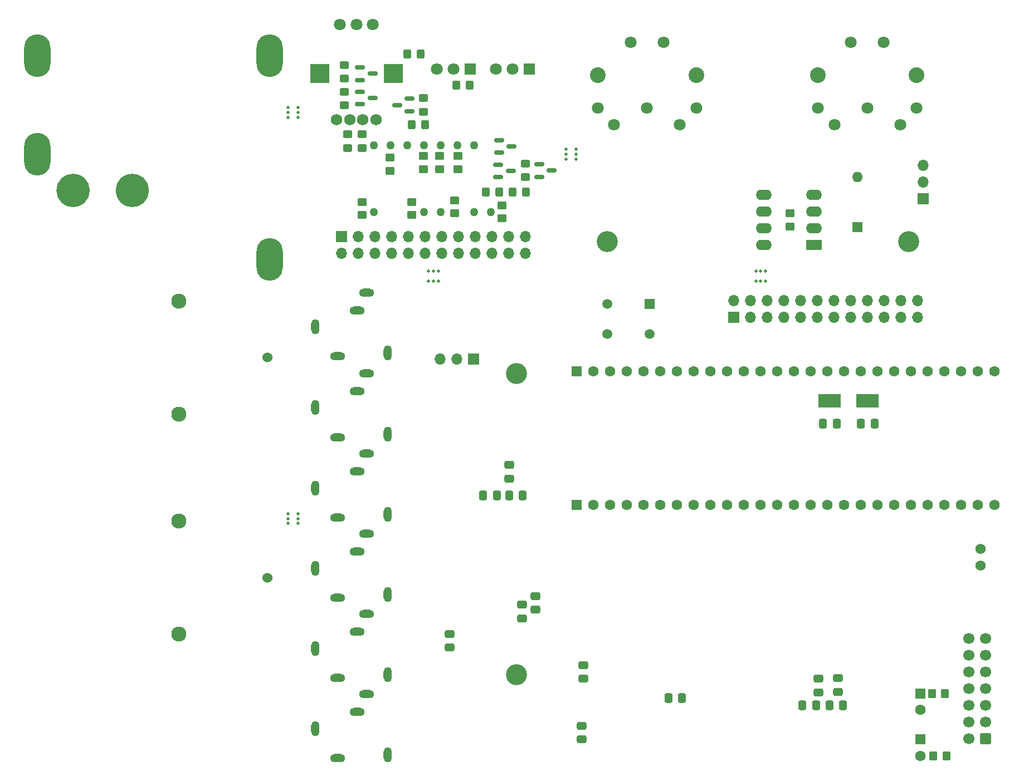
<source format=gbs>
G04 #@! TF.GenerationSoftware,KiCad,Pcbnew,9.0.0*
G04 #@! TF.CreationDate,2025-03-14T23:22:54+09:00*
G04 #@! TF.ProjectId,cv-depot,63762d64-6570-46f7-942e-6b696361645f,rev?*
G04 #@! TF.SameCoordinates,Original*
G04 #@! TF.FileFunction,Soldermask,Bot*
G04 #@! TF.FilePolarity,Negative*
%FSLAX46Y46*%
G04 Gerber Fmt 4.6, Leading zero omitted, Abs format (unit mm)*
G04 Created by KiCad (PCBNEW 9.0.0) date 2025-03-14 23:22:54*
%MOMM*%
%LPD*%
G01*
G04 APERTURE LIST*
G04 Aperture macros list*
%AMRoundRect*
0 Rectangle with rounded corners*
0 $1 Rounding radius*
0 $2 $3 $4 $5 $6 $7 $8 $9 X,Y pos of 4 corners*
0 Add a 4 corners polygon primitive as box body*
4,1,4,$2,$3,$4,$5,$6,$7,$8,$9,$2,$3,0*
0 Add four circle primitives for the rounded corners*
1,1,$1+$1,$2,$3*
1,1,$1+$1,$4,$5*
1,1,$1+$1,$6,$7*
1,1,$1+$1,$8,$9*
0 Add four rect primitives between the rounded corners*
20,1,$1+$1,$2,$3,$4,$5,0*
20,1,$1+$1,$4,$5,$6,$7,0*
20,1,$1+$1,$6,$7,$8,$9,0*
20,1,$1+$1,$8,$9,$2,$3,0*%
G04 Aperture macros list end*
%ADD10C,2.550000*%
%ADD11C,3.200000*%
%ADD12C,0.500000*%
%ADD13O,1.270000X2.286000*%
%ADD14O,2.286000X1.270000*%
%ADD15C,2.300000*%
%ADD16C,1.524000*%
%ADD17R,1.700000X1.700000*%
%ADD18O,1.700000X1.700000*%
%ADD19R,1.600000X1.600000*%
%ADD20C,1.600000*%
%ADD21RoundRect,0.250000X0.600000X0.600000X-0.600000X0.600000X-0.600000X-0.600000X0.600000X-0.600000X0*%
%ADD22C,1.700000*%
%ADD23R,1.498600X1.498600*%
%ADD24C,1.498600*%
%ADD25C,1.574800*%
%ADD26R,1.800000X1.800000*%
%ADD27C,1.800000*%
%ADD28C,2.387600*%
%ADD29C,1.803400*%
%ADD30C,1.270000*%
%ADD31R,2.400000X1.600000*%
%ADD32O,2.400000X1.600000*%
%ADD33R,3.000000X3.000000*%
%ADD34C,1.750000*%
%ADD35O,1.600000X1.600000*%
%ADD36RoundRect,0.250000X-0.475000X0.337500X-0.475000X-0.337500X0.475000X-0.337500X0.475000X0.337500X0*%
%ADD37RoundRect,0.250000X-0.450000X0.350000X-0.450000X-0.350000X0.450000X-0.350000X0.450000X0.350000X0*%
%ADD38RoundRect,0.250000X-0.325000X-0.450000X0.325000X-0.450000X0.325000X0.450000X-0.325000X0.450000X0*%
%ADD39R,3.405000X2.006600*%
%ADD40RoundRect,0.250000X0.337500X0.475000X-0.337500X0.475000X-0.337500X-0.475000X0.337500X-0.475000X0*%
%ADD41RoundRect,0.150000X0.587500X0.150000X-0.587500X0.150000X-0.587500X-0.150000X0.587500X-0.150000X0*%
%ADD42O,4.000000X6.500000*%
%ADD43RoundRect,0.250000X0.475000X-0.337500X0.475000X0.337500X-0.475000X0.337500X-0.475000X-0.337500X0*%
%ADD44RoundRect,0.150000X-0.587500X-0.150000X0.587500X-0.150000X0.587500X0.150000X-0.587500X0.150000X0*%
%ADD45RoundRect,0.250000X0.350000X0.450000X-0.350000X0.450000X-0.350000X-0.450000X0.350000X-0.450000X0*%
%ADD46RoundRect,0.250000X0.325000X0.450000X-0.325000X0.450000X-0.325000X-0.450000X0.325000X-0.450000X0*%
%ADD47RoundRect,0.250000X-0.450000X0.325000X-0.450000X-0.325000X0.450000X-0.325000X0.450000X0.325000X0*%
%ADD48RoundRect,0.250000X0.450000X-0.325000X0.450000X0.325000X-0.450000X0.325000X-0.450000X-0.325000X0*%
%ADD49RoundRect,0.250000X0.450000X-0.350000X0.450000X0.350000X-0.450000X0.350000X-0.450000X-0.350000X0*%
%ADD50RoundRect,0.250000X-0.337500X-0.475000X0.337500X-0.475000X0.337500X0.475000X-0.337500X0.475000X0*%
G04 APERTURE END LIST*
D10*
X24525000Y-62000000D02*
G75*
G02*
X21975000Y-62000000I-1275000J0D01*
G01*
X21975000Y-62000000D02*
G75*
G02*
X24525000Y-62000000I1275000J0D01*
G01*
X33525000Y-62000000D02*
G75*
G02*
X30975000Y-62000000I-1275000J0D01*
G01*
X30975000Y-62000000D02*
G75*
G02*
X33525000Y-62000000I1275000J0D01*
G01*
D11*
X90650000Y-135630502D03*
D12*
X55900000Y-112658305D03*
X57400000Y-112658305D03*
X55900000Y-111908305D03*
X57400000Y-111908305D03*
X55900000Y-111158305D03*
X57400000Y-111158305D03*
D13*
X60050001Y-107250000D03*
D14*
X67843002Y-102049800D03*
X66443002Y-104744800D03*
D13*
X71043002Y-111250200D03*
D14*
X63450002Y-111755200D03*
D15*
X39361634Y-78814655D03*
D16*
X52750000Y-87380502D03*
D15*
X39343635Y-96000000D03*
D17*
X84150000Y-87630502D03*
D18*
X81610000Y-87630502D03*
X79070000Y-87630502D03*
D19*
X152000000Y-145500000D03*
D20*
X152000000Y-148000000D03*
D11*
X104450000Y-69750000D03*
D21*
X161900000Y-145380000D03*
D22*
X159360000Y-145380000D03*
X161900000Y-142840000D03*
X159360000Y-142840000D03*
X161900000Y-140300000D03*
X159360000Y-140300000D03*
X161900000Y-137760000D03*
X159360000Y-137760000D03*
X161900000Y-135220000D03*
X159360000Y-135220000D03*
X161900000Y-132680000D03*
X159360000Y-132680000D03*
X161900000Y-130140000D03*
X159360000Y-130140000D03*
D13*
X60050001Y-82750000D03*
D14*
X67843002Y-77549800D03*
X66443002Y-80244800D03*
D13*
X71043002Y-86750200D03*
D14*
X63450002Y-87255200D03*
D13*
X60050001Y-95050000D03*
D14*
X67843002Y-89849800D03*
X66443002Y-92544800D03*
D13*
X71043002Y-99050200D03*
D14*
X63450002Y-99555200D03*
D13*
X60050001Y-143850000D03*
D14*
X67843002Y-138649800D03*
X66443002Y-141344800D03*
D13*
X71043002Y-147850200D03*
D14*
X63450002Y-148355200D03*
D12*
X55900000Y-50888195D03*
X57400000Y-50888195D03*
X55900000Y-50138195D03*
X57400000Y-50138195D03*
X55900000Y-49388195D03*
X57400000Y-49388195D03*
D11*
X90650000Y-89880502D03*
D23*
X110900000Y-79299999D03*
D24*
X104399999Y-79299999D03*
X110900000Y-83800000D03*
X104399999Y-83800000D03*
D13*
X60050001Y-131650000D03*
D14*
X67843002Y-126449800D03*
X66443002Y-129144800D03*
D13*
X71043002Y-135650200D03*
D14*
X63450002Y-136155200D03*
D17*
X152450000Y-63250000D03*
D18*
X152450000Y-60710000D03*
X152450000Y-58170000D03*
D25*
X161150000Y-119050000D03*
X161150000Y-116510000D03*
D26*
X92590000Y-43500000D03*
D27*
X90050000Y-43500000D03*
X87510000Y-43500000D03*
D28*
X151450000Y-44500000D03*
X136450000Y-44500000D03*
D29*
X136450000Y-49500000D03*
X143950000Y-49500000D03*
X151450000Y-49500000D03*
X138950000Y-52000000D03*
X148950000Y-52000000D03*
X141450000Y-39500000D03*
X146450000Y-39500000D03*
D12*
X77250000Y-74250000D03*
X77250000Y-75750000D03*
X78000000Y-74250000D03*
X78000000Y-75750000D03*
X78750000Y-74250000D03*
X78750000Y-75750000D03*
D19*
X99790000Y-109800000D03*
D20*
X102330000Y-109800000D03*
X104870000Y-109800000D03*
X107410000Y-109800000D03*
X109950000Y-109800000D03*
X112490000Y-109800000D03*
X115030000Y-109800000D03*
X117570000Y-109800000D03*
X120110000Y-109800000D03*
X122650000Y-109800000D03*
X125190000Y-109800000D03*
X127730000Y-109800000D03*
X130270000Y-109800000D03*
X132810000Y-109800000D03*
X135350000Y-109800000D03*
X137890000Y-109800000D03*
X140430000Y-109800000D03*
X142970000Y-109800000D03*
X145510000Y-109800000D03*
X148050000Y-109800000D03*
X150590000Y-109800000D03*
X153130000Y-109800000D03*
X155670000Y-109800000D03*
X158210000Y-109800000D03*
X160750000Y-109800000D03*
X163290000Y-109800000D03*
D19*
X99790000Y-89480000D03*
D20*
X102330000Y-89480000D03*
X104870000Y-89480000D03*
X107410000Y-89480000D03*
X109950000Y-89480000D03*
X112490000Y-89480000D03*
X115030000Y-89480000D03*
X117570000Y-89480000D03*
X120110000Y-89480000D03*
X122650000Y-89480000D03*
X125190000Y-89480000D03*
X127730000Y-89480000D03*
X130270000Y-89480000D03*
X132810000Y-89480000D03*
X135350000Y-89480000D03*
X137890000Y-89480000D03*
X140430000Y-89480000D03*
X142970000Y-89480000D03*
X145510000Y-89480000D03*
X148050000Y-89480000D03*
X150590000Y-89480000D03*
X153130000Y-89480000D03*
X155670000Y-89480000D03*
X158210000Y-89480000D03*
X160750000Y-89480000D03*
X163290000Y-89480000D03*
D17*
X123620000Y-81300000D03*
D18*
X123620000Y-78760000D03*
X126160000Y-81300000D03*
X126160000Y-78760000D03*
X128700000Y-81300000D03*
X128700000Y-78760000D03*
X131240000Y-81300000D03*
X131240000Y-78760000D03*
X133780000Y-81300000D03*
X133780000Y-78760000D03*
X136320000Y-81300000D03*
X136320000Y-78760000D03*
X138860000Y-81300000D03*
X138860000Y-78760000D03*
X141400000Y-81300000D03*
X141400000Y-78760000D03*
X143940000Y-81300000D03*
X143940000Y-78760000D03*
X146480000Y-81300000D03*
X146480000Y-78760000D03*
X149020000Y-81300000D03*
X149020000Y-78760000D03*
X151560000Y-81300000D03*
X151560000Y-78760000D03*
D26*
X83590000Y-43500000D03*
D27*
X81050000Y-43500000D03*
X78510000Y-43500000D03*
D30*
X84160000Y-55170000D03*
X81620000Y-55170000D03*
X79080000Y-55170000D03*
X76540000Y-55170000D03*
X74000000Y-55170000D03*
X71460000Y-55170000D03*
X68920000Y-55170000D03*
X68920000Y-65330000D03*
X76540000Y-65330000D03*
X79080000Y-65330000D03*
X84160000Y-65330000D03*
X86700000Y-65330000D03*
D31*
X135820000Y-70250000D03*
D32*
X135820000Y-67710000D03*
X135820000Y-65170000D03*
X135820000Y-62630000D03*
X128200000Y-62630000D03*
X128200000Y-65170000D03*
X128200000Y-67710000D03*
X128200000Y-70250000D03*
D13*
X60050001Y-119450000D03*
D14*
X67843002Y-114249800D03*
X66443002Y-116944800D03*
D13*
X71043002Y-123450200D03*
D14*
X63450002Y-123955200D03*
D19*
X152000000Y-138500000D03*
D20*
X152000000Y-141000000D03*
D11*
X150200000Y-69750000D03*
D28*
X117950000Y-44500000D03*
X102950000Y-44500000D03*
D29*
X102950000Y-49500000D03*
X110450000Y-49500000D03*
X117950000Y-49500000D03*
X105450000Y-52000000D03*
X115450000Y-52000000D03*
X107950000Y-39500000D03*
X112950000Y-39500000D03*
D33*
X71888000Y-44250000D03*
X60712000Y-44250000D03*
D34*
X63300000Y-51250000D03*
X65300000Y-51250000D03*
X67300000Y-51250000D03*
X69299744Y-51269700D03*
D29*
X68800000Y-36750000D03*
X63800000Y-36750000D03*
X66300000Y-36750000D03*
D12*
X127000000Y-74250000D03*
X127000000Y-75750000D03*
X127750000Y-74250000D03*
X127750000Y-75750000D03*
X128500000Y-74250000D03*
X128500000Y-75750000D03*
X98200000Y-57250000D03*
X99700000Y-57250000D03*
X98200000Y-56500000D03*
X99700000Y-56500000D03*
X98200000Y-55750000D03*
X99700000Y-55750000D03*
D15*
X39361634Y-112314655D03*
D16*
X52750000Y-120880502D03*
D15*
X39343635Y-129500000D03*
D19*
X142450000Y-67560000D03*
D35*
X142450000Y-59940000D03*
D36*
X100750000Y-134175000D03*
X100750000Y-136250000D03*
D37*
X78950000Y-56750000D03*
X78950000Y-58750000D03*
X71450000Y-57000000D03*
X71450000Y-59000000D03*
D38*
X81450000Y-46000000D03*
X83500000Y-46000000D03*
D36*
X80500000Y-129462500D03*
X80500000Y-131537500D03*
D39*
X144000000Y-94000000D03*
X138207400Y-94000000D03*
D40*
X115812500Y-139190000D03*
X113737500Y-139190000D03*
D41*
X74375000Y-48050000D03*
X74375000Y-49950000D03*
X72500000Y-49000000D03*
D42*
X17850000Y-41520000D03*
D43*
X93500000Y-125750000D03*
X93500000Y-123675000D03*
D36*
X136500000Y-136250000D03*
X136500000Y-138325000D03*
D44*
X94125000Y-59925000D03*
X94125000Y-58025000D03*
X96000000Y-58975000D03*
D40*
X91587500Y-108380000D03*
X89512500Y-108380000D03*
D45*
X155750000Y-138500000D03*
X153750000Y-138500000D03*
D44*
X87875000Y-60000000D03*
X87875000Y-58100000D03*
X89750000Y-59050000D03*
D38*
X90000000Y-62250000D03*
X92050000Y-62250000D03*
D46*
X88025000Y-62250000D03*
X85975000Y-62250000D03*
D42*
X53150000Y-41520000D03*
D47*
X64950000Y-53475000D03*
X64950000Y-55525000D03*
D37*
X81700000Y-56750000D03*
X81700000Y-58750000D03*
D44*
X66875000Y-48900000D03*
X66875000Y-47000000D03*
X68750000Y-47950000D03*
D36*
X139500000Y-136175000D03*
X139500000Y-138250000D03*
D47*
X64500000Y-46975000D03*
X64500000Y-49025000D03*
D17*
X64010000Y-69000000D03*
D18*
X64010000Y-71540000D03*
X66550000Y-69000000D03*
X66550000Y-71540000D03*
X69090000Y-69000000D03*
X69090000Y-71540000D03*
X71630000Y-69000000D03*
X71630000Y-71540000D03*
X74170000Y-69000000D03*
X74170000Y-71540000D03*
X76710000Y-69000000D03*
X76710000Y-71540000D03*
X79250000Y-69000000D03*
X79250000Y-71540000D03*
X81790000Y-69000000D03*
X81790000Y-71540000D03*
X84330000Y-69000000D03*
X84330000Y-71540000D03*
X86870000Y-69000000D03*
X86870000Y-71540000D03*
X89410000Y-69000000D03*
X89410000Y-71540000D03*
X91950000Y-69000000D03*
X91950000Y-71540000D03*
D36*
X89500000Y-103750000D03*
X89500000Y-105825000D03*
D48*
X67200000Y-55525000D03*
X67200000Y-53475000D03*
D42*
X17850000Y-56520000D03*
D48*
X64500000Y-45000000D03*
X64500000Y-42950000D03*
D49*
X132200000Y-67500000D03*
X132200000Y-65500000D03*
D38*
X74725000Y-52000000D03*
X76775000Y-52000000D03*
D43*
X91500000Y-127075000D03*
X91500000Y-125000000D03*
D46*
X76050000Y-41250000D03*
X74000000Y-41250000D03*
D40*
X140250000Y-140300000D03*
X138175000Y-140300000D03*
D44*
X88000000Y-56250000D03*
X88000000Y-54350000D03*
X89875000Y-55300000D03*
D37*
X76450000Y-56750000D03*
X76450000Y-58750000D03*
D45*
X156000000Y-148000000D03*
X154000000Y-148000000D03*
D40*
X136150000Y-140300000D03*
X134075000Y-140300000D03*
X145037500Y-97500000D03*
X142962500Y-97500000D03*
D37*
X81200000Y-63500000D03*
X81200000Y-65500000D03*
D44*
X66875000Y-45200000D03*
X66875000Y-43300000D03*
X68750000Y-44250000D03*
D40*
X87662500Y-108380000D03*
X85587500Y-108380000D03*
D42*
X53150000Y-72500000D03*
D37*
X88450000Y-64250000D03*
X88450000Y-66250000D03*
D48*
X92000000Y-60000000D03*
X92000000Y-57950000D03*
D50*
X137212500Y-97500000D03*
X139287500Y-97500000D03*
D47*
X76500000Y-47975000D03*
X76500000Y-50025000D03*
D37*
X67200000Y-63750000D03*
X67200000Y-65750000D03*
X74700000Y-63750000D03*
X74700000Y-65750000D03*
D36*
X100500000Y-143425000D03*
X100500000Y-145500000D03*
M02*

</source>
